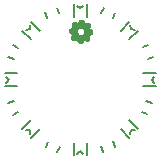
<source format=gto>
G04 #@! TF.FileFunction,Legend,Top*
%FSLAX46Y46*%
G04 Gerber Fmt 4.6, Leading zero omitted, Abs format (unit mm)*
G04 Created by KiCad (PCBNEW (2016-04-14 BZR 6691, Git 829fa97)-product) date Fri 15 Apr 2016 10:51:36 AM CEST*
%MOMM*%
%LPD*%
G01*
G04 APERTURE LIST*
%ADD10C,0.150000*%
%ADD11C,0.002540*%
%ADD12C,2.000000*%
%ADD13C,0.850000*%
%ADD14R,0.400000X0.600000*%
%ADD15R,0.600000X0.400000*%
G04 APERTURE END LIST*
D10*
X77759366Y-56781879D02*
X77950708Y-56319939D01*
X76980634Y-55918121D02*
X76789292Y-56380061D01*
X80689939Y-60240708D02*
X81151879Y-60049366D01*
X80750061Y-59079292D02*
X80288121Y-59270634D01*
X80198121Y-64739366D02*
X80660061Y-64930708D01*
X81061879Y-63960634D02*
X80599939Y-63769292D01*
X76769292Y-67629939D02*
X76960634Y-68091879D01*
X77930708Y-67690061D02*
X77739366Y-67228121D01*
X72270634Y-67268121D02*
X72079292Y-67730061D01*
X73049366Y-68131879D02*
X73240708Y-67669939D01*
X69350061Y-63789292D02*
X68888121Y-63980634D01*
X69289939Y-64950708D02*
X69751879Y-64759366D01*
X69761879Y-59290634D02*
X69299939Y-59099292D01*
X68898121Y-60069366D02*
X69360061Y-60260708D01*
X73180708Y-56360061D02*
X72989366Y-55898121D01*
X72019292Y-56299939D02*
X72210634Y-56761879D01*
D11*
G36*
X75755605Y-57224685D02*
X75773565Y-57242645D01*
X75787934Y-57264198D01*
X75800506Y-57287547D01*
X75807690Y-57312691D01*
X75813078Y-57339632D01*
X75816670Y-57357593D01*
X75816670Y-57386329D01*
X75813078Y-57418658D01*
X75807690Y-57449191D01*
X75798710Y-57483316D01*
X75787934Y-57519237D01*
X75773565Y-57555158D01*
X75757401Y-57592875D01*
X75735848Y-57628796D01*
X75732256Y-57635980D01*
X75728664Y-57643165D01*
X75725072Y-57650349D01*
X75723276Y-57655737D01*
X75723276Y-57655737D01*
X75723276Y-57655737D01*
X75730460Y-57659329D01*
X75741236Y-57662921D01*
X75752013Y-57666513D01*
X75764585Y-57671901D01*
X75778953Y-57675494D01*
X75791526Y-57680882D01*
X75802302Y-57684474D01*
X75811282Y-57689862D01*
X75811282Y-57689862D01*
X75845407Y-57706026D01*
X75875940Y-57725783D01*
X75902881Y-57745540D01*
X75929822Y-57768888D01*
X75951374Y-57790441D01*
X75971131Y-57813790D01*
X75989091Y-57838934D01*
X76003460Y-57864079D01*
X76014236Y-57889224D01*
X76019624Y-57916164D01*
X76021420Y-57925145D01*
X76023216Y-57952085D01*
X76019624Y-57977230D01*
X76016032Y-58002375D01*
X76007052Y-58025724D01*
X75992683Y-58050868D01*
X75976519Y-58070625D01*
X75956762Y-58093974D01*
X75933414Y-58113730D01*
X75906473Y-58133487D01*
X75884920Y-58147855D01*
X75859776Y-58162223D01*
X75827447Y-58176592D01*
X75795118Y-58190960D01*
X75766381Y-58201737D01*
X75245526Y-57680882D01*
X75232954Y-57668309D01*
X75220381Y-57659329D01*
X75213197Y-57652145D01*
X75184460Y-57634184D01*
X75153928Y-57618020D01*
X75121599Y-57607244D01*
X75091066Y-57598263D01*
X75056941Y-57592875D01*
X75026408Y-57591079D01*
X74992283Y-57592875D01*
X74958158Y-57598263D01*
X74927625Y-57607244D01*
X74895296Y-57618020D01*
X74871947Y-57630592D01*
X74843211Y-57648553D01*
X74816270Y-57668309D01*
X74794717Y-57689862D01*
X74774961Y-57713211D01*
X74757000Y-57741947D01*
X74740836Y-57768888D01*
X74728263Y-57799421D01*
X74719283Y-57829954D01*
X74713895Y-57860487D01*
X74710303Y-57892816D01*
X74710303Y-57925145D01*
X74713895Y-57957474D01*
X74721079Y-57989803D01*
X74731855Y-58022131D01*
X74737244Y-58034704D01*
X74751612Y-58059849D01*
X74765980Y-58084993D01*
X74785737Y-58108342D01*
X74801901Y-58128099D01*
X74823454Y-58146059D01*
X74846803Y-58165816D01*
X74870151Y-58178388D01*
X74895296Y-58192756D01*
X74924033Y-58203533D01*
X74927625Y-58203533D01*
X74959954Y-58214309D01*
X74992283Y-58217901D01*
X75026408Y-58219697D01*
X75060533Y-58217901D01*
X75091066Y-58212513D01*
X75125191Y-58203533D01*
X75155724Y-58190960D01*
X75184460Y-58176592D01*
X75213197Y-58158631D01*
X75231158Y-58144263D01*
X75236546Y-58138875D01*
X75240138Y-58135283D01*
X75241934Y-58133487D01*
X75243730Y-58131691D01*
X75243730Y-58131691D01*
X75247322Y-58128099D01*
X75252710Y-58122710D01*
X75258099Y-58117322D01*
X75259895Y-58115526D01*
X75281447Y-58086789D01*
X75297612Y-58059849D01*
X75311980Y-58031112D01*
X75322756Y-58005967D01*
X75331737Y-57971842D01*
X75337125Y-57937717D01*
X75338921Y-57903592D01*
X75337125Y-57873059D01*
X75331737Y-57838934D01*
X75322756Y-57804809D01*
X75310184Y-57774276D01*
X75294020Y-57743744D01*
X75277855Y-57716803D01*
X75267079Y-57706026D01*
X75258099Y-57693454D01*
X75245526Y-57680882D01*
X75766381Y-58201737D01*
X75760993Y-58203533D01*
X75725072Y-58214309D01*
X75719684Y-58216105D01*
X75710703Y-58217901D01*
X75703519Y-58221493D01*
X75698131Y-58223289D01*
X75694539Y-58223289D01*
X75694539Y-58223289D01*
X75696335Y-58225085D01*
X75698131Y-58230473D01*
X75699927Y-58235862D01*
X75703519Y-58243046D01*
X75721480Y-58282559D01*
X75735848Y-58322072D01*
X75748420Y-58359789D01*
X75757401Y-58401098D01*
X75762789Y-58438815D01*
X75762789Y-58467552D01*
X75760993Y-58501677D01*
X75755605Y-58532210D01*
X75748420Y-58560947D01*
X75737644Y-58586092D01*
X75728664Y-58605848D01*
X75721480Y-58616624D01*
X75712499Y-58629197D01*
X75701723Y-58639973D01*
X75690947Y-58650749D01*
X75681967Y-58659730D01*
X75676578Y-58661526D01*
X75655026Y-58675894D01*
X75629881Y-58686670D01*
X75602940Y-58692059D01*
X75574204Y-58695651D01*
X75543671Y-58697447D01*
X75513138Y-58695651D01*
X75480809Y-58688466D01*
X75446684Y-58679486D01*
X75410763Y-58668710D01*
X75389210Y-58661526D01*
X75374842Y-58654342D01*
X75356881Y-58647157D01*
X75338921Y-58636381D01*
X75320960Y-58629197D01*
X75304796Y-58620217D01*
X75290427Y-58613032D01*
X75272467Y-58602256D01*
X75263487Y-58629197D01*
X75249118Y-58672302D01*
X75231158Y-58711815D01*
X75209605Y-58747736D01*
X75186256Y-58781861D01*
X75177276Y-58794434D01*
X75168296Y-58803414D01*
X75159316Y-58815986D01*
X75144947Y-58826762D01*
X75134171Y-58837539D01*
X75123395Y-58848315D01*
X75110822Y-58857295D01*
X75107230Y-58860887D01*
X75080289Y-58877052D01*
X75053349Y-58889624D01*
X75028204Y-58896808D01*
X75001263Y-58902197D01*
X74976118Y-58902197D01*
X74950974Y-58902197D01*
X74925829Y-58895012D01*
X74900684Y-58884236D01*
X74877336Y-58871664D01*
X74864763Y-58862683D01*
X74848599Y-58850111D01*
X74834230Y-58835743D01*
X74818066Y-58815986D01*
X74801901Y-58796230D01*
X74787533Y-58774677D01*
X74780349Y-58763901D01*
X74767777Y-58740552D01*
X74757000Y-58715407D01*
X74744428Y-58688466D01*
X74733652Y-58659730D01*
X74724671Y-58632789D01*
X74713895Y-58604052D01*
X74712099Y-58598664D01*
X74710303Y-58589684D01*
X74710303Y-58582499D01*
X74708507Y-58577111D01*
X74706711Y-58575315D01*
X74706711Y-58575315D01*
X74703119Y-58575315D01*
X74699527Y-58578907D01*
X74694138Y-58580703D01*
X74688750Y-58582499D01*
X74670790Y-58593276D01*
X74651033Y-58602256D01*
X74627685Y-58611236D01*
X74606132Y-58618420D01*
X74570211Y-58629197D01*
X74534290Y-58636381D01*
X74501961Y-58639973D01*
X74469632Y-58643565D01*
X74437303Y-58643565D01*
X74406770Y-58638177D01*
X74379829Y-58632789D01*
X74352889Y-58623809D01*
X74329540Y-58611236D01*
X74306191Y-58598664D01*
X74288231Y-58580703D01*
X74281047Y-58573519D01*
X74264882Y-58553763D01*
X74252310Y-58530414D01*
X74243330Y-58507065D01*
X74237941Y-58480125D01*
X74234349Y-58451388D01*
X74234349Y-58422651D01*
X74236145Y-58392118D01*
X74241534Y-58357993D01*
X74250514Y-58323868D01*
X74261290Y-58287947D01*
X74277455Y-58250230D01*
X74295415Y-58214309D01*
X74313376Y-58181980D01*
X74325948Y-58155039D01*
X74299007Y-58146059D01*
X74257698Y-58129895D01*
X74219981Y-58113730D01*
X74185856Y-58093974D01*
X74155323Y-58074217D01*
X74126586Y-58049072D01*
X74099645Y-58022131D01*
X74097849Y-58020335D01*
X74078093Y-57996987D01*
X74060132Y-57971842D01*
X74045764Y-57946697D01*
X74034988Y-57921553D01*
X74029599Y-57894612D01*
X74026007Y-57869467D01*
X74026007Y-57865875D01*
X74027803Y-57838934D01*
X74031396Y-57813790D01*
X74042172Y-57788645D01*
X74054744Y-57765296D01*
X74070909Y-57741947D01*
X74088869Y-57720395D01*
X74112218Y-57700638D01*
X74137363Y-57679086D01*
X74146343Y-57673698D01*
X74171488Y-57659329D01*
X74198428Y-57643165D01*
X74228961Y-57630592D01*
X74261290Y-57616224D01*
X74297211Y-57605448D01*
X74327744Y-57596467D01*
X74334928Y-57592875D01*
X74343908Y-57591079D01*
X74351093Y-57587487D01*
X74354685Y-57587487D01*
X74354685Y-57587487D01*
X74354685Y-57583895D01*
X74351093Y-57580303D01*
X74349297Y-57574915D01*
X74347501Y-57569527D01*
X74329540Y-57537198D01*
X74316968Y-57503073D01*
X74306191Y-57467152D01*
X74297211Y-57433027D01*
X74291823Y-57398902D01*
X74286435Y-57364777D01*
X74286435Y-57332448D01*
X74288231Y-57319875D01*
X74290027Y-57289343D01*
X74297211Y-57260606D01*
X74306191Y-57233665D01*
X74318764Y-57210316D01*
X74331336Y-57190560D01*
X74347501Y-57170803D01*
X74365461Y-57152843D01*
X74388810Y-57140270D01*
X74412158Y-57127698D01*
X74437303Y-57120514D01*
X74446283Y-57118718D01*
X74473224Y-57113330D01*
X74503757Y-57115126D01*
X74536086Y-57115126D01*
X74568415Y-57122310D01*
X74602540Y-57131290D01*
X74640257Y-57143862D01*
X74676178Y-57158231D01*
X74715691Y-57176191D01*
X74744428Y-57190560D01*
X74776757Y-57208520D01*
X74785737Y-57181580D01*
X74798309Y-57143862D01*
X74812678Y-57111534D01*
X74830638Y-57079205D01*
X74848599Y-57050468D01*
X74866559Y-57021731D01*
X74888112Y-56996586D01*
X74909665Y-56975034D01*
X74934809Y-56957073D01*
X74958158Y-56940909D01*
X74981507Y-56928336D01*
X75006651Y-56917560D01*
X75031796Y-56910376D01*
X75056941Y-56906784D01*
X75082085Y-56906784D01*
X75105434Y-56912172D01*
X75130579Y-56919356D01*
X75153928Y-56928336D01*
X75179072Y-56942705D01*
X75200625Y-56960665D01*
X75222177Y-56982218D01*
X75241934Y-57005566D01*
X75259895Y-57034303D01*
X75279651Y-57064836D01*
X75295816Y-57098961D01*
X75310184Y-57134882D01*
X75324552Y-57174395D01*
X75333533Y-57204928D01*
X75337125Y-57215704D01*
X75338921Y-57224685D01*
X75340717Y-57230073D01*
X75342513Y-57235461D01*
X75342513Y-57235461D01*
X75346105Y-57235461D01*
X75349697Y-57231869D01*
X75355085Y-57230073D01*
X75371250Y-57221093D01*
X75389210Y-57213908D01*
X75408967Y-57204928D01*
X75432315Y-57195948D01*
X75453868Y-57188764D01*
X75473625Y-57183376D01*
X75484401Y-57179783D01*
X75520322Y-57172599D01*
X75556243Y-57169007D01*
X75588572Y-57169007D01*
X75620901Y-57169007D01*
X75651434Y-57174395D01*
X75651434Y-57174395D01*
X75671190Y-57179783D01*
X75685559Y-57183376D01*
X75703519Y-57190560D01*
X75712499Y-57195948D01*
X75735848Y-57208520D01*
X75755605Y-57224685D01*
X75755605Y-57224685D01*
X75755605Y-57224685D01*
G37*
X75755605Y-57224685D02*
X75773565Y-57242645D01*
X75787934Y-57264198D01*
X75800506Y-57287547D01*
X75807690Y-57312691D01*
X75813078Y-57339632D01*
X75816670Y-57357593D01*
X75816670Y-57386329D01*
X75813078Y-57418658D01*
X75807690Y-57449191D01*
X75798710Y-57483316D01*
X75787934Y-57519237D01*
X75773565Y-57555158D01*
X75757401Y-57592875D01*
X75735848Y-57628796D01*
X75732256Y-57635980D01*
X75728664Y-57643165D01*
X75725072Y-57650349D01*
X75723276Y-57655737D01*
X75723276Y-57655737D01*
X75723276Y-57655737D01*
X75730460Y-57659329D01*
X75741236Y-57662921D01*
X75752013Y-57666513D01*
X75764585Y-57671901D01*
X75778953Y-57675494D01*
X75791526Y-57680882D01*
X75802302Y-57684474D01*
X75811282Y-57689862D01*
X75811282Y-57689862D01*
X75845407Y-57706026D01*
X75875940Y-57725783D01*
X75902881Y-57745540D01*
X75929822Y-57768888D01*
X75951374Y-57790441D01*
X75971131Y-57813790D01*
X75989091Y-57838934D01*
X76003460Y-57864079D01*
X76014236Y-57889224D01*
X76019624Y-57916164D01*
X76021420Y-57925145D01*
X76023216Y-57952085D01*
X76019624Y-57977230D01*
X76016032Y-58002375D01*
X76007052Y-58025724D01*
X75992683Y-58050868D01*
X75976519Y-58070625D01*
X75956762Y-58093974D01*
X75933414Y-58113730D01*
X75906473Y-58133487D01*
X75884920Y-58147855D01*
X75859776Y-58162223D01*
X75827447Y-58176592D01*
X75795118Y-58190960D01*
X75766381Y-58201737D01*
X75245526Y-57680882D01*
X75232954Y-57668309D01*
X75220381Y-57659329D01*
X75213197Y-57652145D01*
X75184460Y-57634184D01*
X75153928Y-57618020D01*
X75121599Y-57607244D01*
X75091066Y-57598263D01*
X75056941Y-57592875D01*
X75026408Y-57591079D01*
X74992283Y-57592875D01*
X74958158Y-57598263D01*
X74927625Y-57607244D01*
X74895296Y-57618020D01*
X74871947Y-57630592D01*
X74843211Y-57648553D01*
X74816270Y-57668309D01*
X74794717Y-57689862D01*
X74774961Y-57713211D01*
X74757000Y-57741947D01*
X74740836Y-57768888D01*
X74728263Y-57799421D01*
X74719283Y-57829954D01*
X74713895Y-57860487D01*
X74710303Y-57892816D01*
X74710303Y-57925145D01*
X74713895Y-57957474D01*
X74721079Y-57989803D01*
X74731855Y-58022131D01*
X74737244Y-58034704D01*
X74751612Y-58059849D01*
X74765980Y-58084993D01*
X74785737Y-58108342D01*
X74801901Y-58128099D01*
X74823454Y-58146059D01*
X74846803Y-58165816D01*
X74870151Y-58178388D01*
X74895296Y-58192756D01*
X74924033Y-58203533D01*
X74927625Y-58203533D01*
X74959954Y-58214309D01*
X74992283Y-58217901D01*
X75026408Y-58219697D01*
X75060533Y-58217901D01*
X75091066Y-58212513D01*
X75125191Y-58203533D01*
X75155724Y-58190960D01*
X75184460Y-58176592D01*
X75213197Y-58158631D01*
X75231158Y-58144263D01*
X75236546Y-58138875D01*
X75240138Y-58135283D01*
X75241934Y-58133487D01*
X75243730Y-58131691D01*
X75243730Y-58131691D01*
X75247322Y-58128099D01*
X75252710Y-58122710D01*
X75258099Y-58117322D01*
X75259895Y-58115526D01*
X75281447Y-58086789D01*
X75297612Y-58059849D01*
X75311980Y-58031112D01*
X75322756Y-58005967D01*
X75331737Y-57971842D01*
X75337125Y-57937717D01*
X75338921Y-57903592D01*
X75337125Y-57873059D01*
X75331737Y-57838934D01*
X75322756Y-57804809D01*
X75310184Y-57774276D01*
X75294020Y-57743744D01*
X75277855Y-57716803D01*
X75267079Y-57706026D01*
X75258099Y-57693454D01*
X75245526Y-57680882D01*
X75766381Y-58201737D01*
X75760993Y-58203533D01*
X75725072Y-58214309D01*
X75719684Y-58216105D01*
X75710703Y-58217901D01*
X75703519Y-58221493D01*
X75698131Y-58223289D01*
X75694539Y-58223289D01*
X75694539Y-58223289D01*
X75696335Y-58225085D01*
X75698131Y-58230473D01*
X75699927Y-58235862D01*
X75703519Y-58243046D01*
X75721480Y-58282559D01*
X75735848Y-58322072D01*
X75748420Y-58359789D01*
X75757401Y-58401098D01*
X75762789Y-58438815D01*
X75762789Y-58467552D01*
X75760993Y-58501677D01*
X75755605Y-58532210D01*
X75748420Y-58560947D01*
X75737644Y-58586092D01*
X75728664Y-58605848D01*
X75721480Y-58616624D01*
X75712499Y-58629197D01*
X75701723Y-58639973D01*
X75690947Y-58650749D01*
X75681967Y-58659730D01*
X75676578Y-58661526D01*
X75655026Y-58675894D01*
X75629881Y-58686670D01*
X75602940Y-58692059D01*
X75574204Y-58695651D01*
X75543671Y-58697447D01*
X75513138Y-58695651D01*
X75480809Y-58688466D01*
X75446684Y-58679486D01*
X75410763Y-58668710D01*
X75389210Y-58661526D01*
X75374842Y-58654342D01*
X75356881Y-58647157D01*
X75338921Y-58636381D01*
X75320960Y-58629197D01*
X75304796Y-58620217D01*
X75290427Y-58613032D01*
X75272467Y-58602256D01*
X75263487Y-58629197D01*
X75249118Y-58672302D01*
X75231158Y-58711815D01*
X75209605Y-58747736D01*
X75186256Y-58781861D01*
X75177276Y-58794434D01*
X75168296Y-58803414D01*
X75159316Y-58815986D01*
X75144947Y-58826762D01*
X75134171Y-58837539D01*
X75123395Y-58848315D01*
X75110822Y-58857295D01*
X75107230Y-58860887D01*
X75080289Y-58877052D01*
X75053349Y-58889624D01*
X75028204Y-58896808D01*
X75001263Y-58902197D01*
X74976118Y-58902197D01*
X74950974Y-58902197D01*
X74925829Y-58895012D01*
X74900684Y-58884236D01*
X74877336Y-58871664D01*
X74864763Y-58862683D01*
X74848599Y-58850111D01*
X74834230Y-58835743D01*
X74818066Y-58815986D01*
X74801901Y-58796230D01*
X74787533Y-58774677D01*
X74780349Y-58763901D01*
X74767777Y-58740552D01*
X74757000Y-58715407D01*
X74744428Y-58688466D01*
X74733652Y-58659730D01*
X74724671Y-58632789D01*
X74713895Y-58604052D01*
X74712099Y-58598664D01*
X74710303Y-58589684D01*
X74710303Y-58582499D01*
X74708507Y-58577111D01*
X74706711Y-58575315D01*
X74706711Y-58575315D01*
X74703119Y-58575315D01*
X74699527Y-58578907D01*
X74694138Y-58580703D01*
X74688750Y-58582499D01*
X74670790Y-58593276D01*
X74651033Y-58602256D01*
X74627685Y-58611236D01*
X74606132Y-58618420D01*
X74570211Y-58629197D01*
X74534290Y-58636381D01*
X74501961Y-58639973D01*
X74469632Y-58643565D01*
X74437303Y-58643565D01*
X74406770Y-58638177D01*
X74379829Y-58632789D01*
X74352889Y-58623809D01*
X74329540Y-58611236D01*
X74306191Y-58598664D01*
X74288231Y-58580703D01*
X74281047Y-58573519D01*
X74264882Y-58553763D01*
X74252310Y-58530414D01*
X74243330Y-58507065D01*
X74237941Y-58480125D01*
X74234349Y-58451388D01*
X74234349Y-58422651D01*
X74236145Y-58392118D01*
X74241534Y-58357993D01*
X74250514Y-58323868D01*
X74261290Y-58287947D01*
X74277455Y-58250230D01*
X74295415Y-58214309D01*
X74313376Y-58181980D01*
X74325948Y-58155039D01*
X74299007Y-58146059D01*
X74257698Y-58129895D01*
X74219981Y-58113730D01*
X74185856Y-58093974D01*
X74155323Y-58074217D01*
X74126586Y-58049072D01*
X74099645Y-58022131D01*
X74097849Y-58020335D01*
X74078093Y-57996987D01*
X74060132Y-57971842D01*
X74045764Y-57946697D01*
X74034988Y-57921553D01*
X74029599Y-57894612D01*
X74026007Y-57869467D01*
X74026007Y-57865875D01*
X74027803Y-57838934D01*
X74031396Y-57813790D01*
X74042172Y-57788645D01*
X74054744Y-57765296D01*
X74070909Y-57741947D01*
X74088869Y-57720395D01*
X74112218Y-57700638D01*
X74137363Y-57679086D01*
X74146343Y-57673698D01*
X74171488Y-57659329D01*
X74198428Y-57643165D01*
X74228961Y-57630592D01*
X74261290Y-57616224D01*
X74297211Y-57605448D01*
X74327744Y-57596467D01*
X74334928Y-57592875D01*
X74343908Y-57591079D01*
X74351093Y-57587487D01*
X74354685Y-57587487D01*
X74354685Y-57587487D01*
X74354685Y-57583895D01*
X74351093Y-57580303D01*
X74349297Y-57574915D01*
X74347501Y-57569527D01*
X74329540Y-57537198D01*
X74316968Y-57503073D01*
X74306191Y-57467152D01*
X74297211Y-57433027D01*
X74291823Y-57398902D01*
X74286435Y-57364777D01*
X74286435Y-57332448D01*
X74288231Y-57319875D01*
X74290027Y-57289343D01*
X74297211Y-57260606D01*
X74306191Y-57233665D01*
X74318764Y-57210316D01*
X74331336Y-57190560D01*
X74347501Y-57170803D01*
X74365461Y-57152843D01*
X74388810Y-57140270D01*
X74412158Y-57127698D01*
X74437303Y-57120514D01*
X74446283Y-57118718D01*
X74473224Y-57113330D01*
X74503757Y-57115126D01*
X74536086Y-57115126D01*
X74568415Y-57122310D01*
X74602540Y-57131290D01*
X74640257Y-57143862D01*
X74676178Y-57158231D01*
X74715691Y-57176191D01*
X74744428Y-57190560D01*
X74776757Y-57208520D01*
X74785737Y-57181580D01*
X74798309Y-57143862D01*
X74812678Y-57111534D01*
X74830638Y-57079205D01*
X74848599Y-57050468D01*
X74866559Y-57021731D01*
X74888112Y-56996586D01*
X74909665Y-56975034D01*
X74934809Y-56957073D01*
X74958158Y-56940909D01*
X74981507Y-56928336D01*
X75006651Y-56917560D01*
X75031796Y-56910376D01*
X75056941Y-56906784D01*
X75082085Y-56906784D01*
X75105434Y-56912172D01*
X75130579Y-56919356D01*
X75153928Y-56928336D01*
X75179072Y-56942705D01*
X75200625Y-56960665D01*
X75222177Y-56982218D01*
X75241934Y-57005566D01*
X75259895Y-57034303D01*
X75279651Y-57064836D01*
X75295816Y-57098961D01*
X75310184Y-57134882D01*
X75324552Y-57174395D01*
X75333533Y-57204928D01*
X75337125Y-57215704D01*
X75338921Y-57224685D01*
X75340717Y-57230073D01*
X75342513Y-57235461D01*
X75342513Y-57235461D01*
X75346105Y-57235461D01*
X75349697Y-57231869D01*
X75355085Y-57230073D01*
X75371250Y-57221093D01*
X75389210Y-57213908D01*
X75408967Y-57204928D01*
X75432315Y-57195948D01*
X75453868Y-57188764D01*
X75473625Y-57183376D01*
X75484401Y-57179783D01*
X75520322Y-57172599D01*
X75556243Y-57169007D01*
X75588572Y-57169007D01*
X75620901Y-57169007D01*
X75651434Y-57174395D01*
X75651434Y-57174395D01*
X75671190Y-57179783D01*
X75685559Y-57183376D01*
X75703519Y-57190560D01*
X75712499Y-57195948D01*
X75735848Y-57208520D01*
X75755605Y-57224685D01*
X75755605Y-57224685D01*
D10*
X70720711Y-57720711D02*
X70756066Y-57402513D01*
X70402513Y-57756066D02*
X70720711Y-57720711D01*
X70101992Y-57844454D02*
X70844454Y-58586916D01*
X70844454Y-57101992D02*
X71586916Y-57844454D01*
X68950000Y-62000000D02*
X68750000Y-61750000D01*
X68750000Y-62250000D02*
X68950000Y-62000000D01*
X68600000Y-62525000D02*
X69650000Y-62525000D01*
X68600000Y-61475000D02*
X69650000Y-61475000D01*
X70720711Y-66279289D02*
X70402513Y-66243934D01*
X70756066Y-66597487D02*
X70720711Y-66279289D01*
X70844454Y-66898008D02*
X71586916Y-66155546D01*
X70101992Y-66155546D02*
X70844454Y-65413084D01*
X75000000Y-68050000D02*
X74750000Y-68250000D01*
X75250000Y-68250000D02*
X75000000Y-68050000D01*
X75525000Y-68400000D02*
X75525000Y-67350000D01*
X74475000Y-68400000D02*
X74475000Y-67350000D01*
X79279289Y-66279289D02*
X79243934Y-66597487D01*
X79597487Y-66243934D02*
X79279289Y-66279289D01*
X79898008Y-66155546D02*
X79155546Y-65413084D01*
X79155546Y-66898008D02*
X78413084Y-66155546D01*
X81050000Y-62000000D02*
X81250000Y-62250000D01*
X81250000Y-61750000D02*
X81050000Y-62000000D01*
X81400000Y-61475000D02*
X80350000Y-61475000D01*
X81400000Y-62525000D02*
X80350000Y-62525000D01*
X79279289Y-57720711D02*
X79597487Y-57756066D01*
X79243934Y-57402513D02*
X79279289Y-57720711D01*
X79155546Y-57101992D02*
X78413084Y-57844454D01*
X79898008Y-57844454D02*
X79155546Y-58586916D01*
X75000000Y-55950000D02*
X75250000Y-55750000D01*
X74750000Y-55750000D02*
X75000000Y-55950000D01*
X74475000Y-55600000D02*
X74475000Y-56650000D01*
X75525000Y-55600000D02*
X75525000Y-56650000D01*
%LPC*%
G36*
X77341581Y-55634673D02*
X77895909Y-55864283D01*
X77742835Y-56233835D01*
X77188507Y-56004225D01*
X77341581Y-55634673D01*
X77341581Y-55634673D01*
G37*
G36*
X76997165Y-56466165D02*
X77551493Y-56695775D01*
X77398419Y-57065327D01*
X76844091Y-56835717D01*
X76997165Y-56466165D01*
X76997165Y-56466165D01*
G37*
G36*
X81205717Y-59134091D02*
X81435327Y-59688419D01*
X81065775Y-59841493D01*
X80836165Y-59287165D01*
X81205717Y-59134091D01*
X81205717Y-59134091D01*
G37*
G36*
X80374225Y-59478507D02*
X80603835Y-60032835D01*
X80234283Y-60185909D01*
X80004673Y-59631581D01*
X80374225Y-59478507D01*
X80374225Y-59478507D01*
G37*
G36*
X81345327Y-64321581D02*
X81115717Y-64875909D01*
X80746165Y-64722835D01*
X80975775Y-64168507D01*
X81345327Y-64321581D01*
X81345327Y-64321581D01*
G37*
G36*
X80513835Y-63977165D02*
X80284225Y-64531493D01*
X79914673Y-64378419D01*
X80144283Y-63824091D01*
X80513835Y-63977165D01*
X80513835Y-63977165D01*
G37*
G36*
X77875909Y-68145717D02*
X77321581Y-68375327D01*
X77168507Y-68005775D01*
X77722835Y-67776165D01*
X77875909Y-68145717D01*
X77875909Y-68145717D01*
G37*
G36*
X77531493Y-67314225D02*
X76977165Y-67543835D01*
X76824091Y-67174283D01*
X77378419Y-66944673D01*
X77531493Y-67314225D01*
X77531493Y-67314225D01*
G37*
G36*
X72688419Y-68415327D02*
X72134091Y-68185717D01*
X72287165Y-67816165D01*
X72841493Y-68045775D01*
X72688419Y-68415327D01*
X72688419Y-68415327D01*
G37*
G36*
X73032835Y-67583835D02*
X72478507Y-67354225D01*
X72631581Y-66984673D01*
X73185909Y-67214283D01*
X73032835Y-67583835D01*
X73032835Y-67583835D01*
G37*
G36*
X68834283Y-64895909D02*
X68604673Y-64341581D01*
X68974225Y-64188507D01*
X69203835Y-64742835D01*
X68834283Y-64895909D01*
X68834283Y-64895909D01*
G37*
G36*
X69665775Y-64551493D02*
X69436165Y-63997165D01*
X69805717Y-63844091D01*
X70035327Y-64398419D01*
X69665775Y-64551493D01*
X69665775Y-64551493D01*
G37*
G36*
X68614673Y-59708419D02*
X68844283Y-59154091D01*
X69213835Y-59307165D01*
X68984225Y-59861493D01*
X68614673Y-59708419D01*
X68614673Y-59708419D01*
G37*
G36*
X69446165Y-60052835D02*
X69675775Y-59498507D01*
X70045327Y-59651581D01*
X69815717Y-60205909D01*
X69446165Y-60052835D01*
X69446165Y-60052835D01*
G37*
G36*
X72074091Y-55844283D02*
X72628419Y-55614673D01*
X72781493Y-55984225D01*
X72227165Y-56213835D01*
X72074091Y-55844283D01*
X72074091Y-55844283D01*
G37*
G36*
X72418507Y-56675775D02*
X72972835Y-56446165D01*
X73125909Y-56815717D01*
X72571581Y-57045327D01*
X72418507Y-56675775D01*
X72418507Y-56675775D01*
G37*
D12*
X77500000Y-64500000D03*
X77500000Y-59500000D03*
X72500000Y-59500000D03*
X72500000Y-64500000D03*
D13*
X73730000Y-62635000D03*
X73730000Y-61365000D03*
X75000000Y-62635000D03*
X75000000Y-61365000D03*
X76270000Y-62635000D03*
D10*
G36*
X76579997Y-60940614D02*
X76592374Y-60942450D01*
X76604511Y-60945490D01*
X76616292Y-60949705D01*
X76627603Y-60955055D01*
X76638335Y-60961488D01*
X76648385Y-60968941D01*
X76657656Y-60977344D01*
X76666059Y-60986615D01*
X76673512Y-60996665D01*
X76679945Y-61007397D01*
X76685295Y-61018708D01*
X76689510Y-61030489D01*
X76692550Y-61042626D01*
X76694386Y-61055003D01*
X76695000Y-61067500D01*
X76695000Y-61662500D01*
X76694386Y-61674997D01*
X76692550Y-61687374D01*
X76689510Y-61699511D01*
X76685295Y-61711292D01*
X76679945Y-61722603D01*
X76673512Y-61733335D01*
X76666059Y-61743385D01*
X76657656Y-61752656D01*
X76648385Y-61761059D01*
X76638335Y-61768512D01*
X76627603Y-61774945D01*
X76616292Y-61780295D01*
X76604511Y-61784510D01*
X76592374Y-61787550D01*
X76579997Y-61789386D01*
X76567500Y-61790000D01*
X75972500Y-61790000D01*
X75960003Y-61789386D01*
X75947626Y-61787550D01*
X75935489Y-61784510D01*
X75923708Y-61780295D01*
X75912397Y-61774945D01*
X75901665Y-61768512D01*
X75891615Y-61761059D01*
X75882344Y-61752656D01*
X75873941Y-61743385D01*
X75866488Y-61733335D01*
X75860055Y-61722603D01*
X75854705Y-61711292D01*
X75850490Y-61699511D01*
X75847450Y-61687374D01*
X75845614Y-61674997D01*
X75845000Y-61662500D01*
X75845000Y-61067500D01*
X75845614Y-61055003D01*
X75847450Y-61042626D01*
X75850490Y-61030489D01*
X75854705Y-61018708D01*
X75860055Y-61007397D01*
X75866488Y-60996665D01*
X75873941Y-60986615D01*
X75882344Y-60977344D01*
X75891615Y-60968941D01*
X75901665Y-60961488D01*
X75912397Y-60955055D01*
X75923708Y-60949705D01*
X75935489Y-60945490D01*
X75947626Y-60942450D01*
X75960003Y-60940614D01*
X75972500Y-60940000D01*
X76567500Y-60940000D01*
X76579997Y-60940614D01*
X76579997Y-60940614D01*
G37*
G36*
X71321751Y-57897487D02*
X70897487Y-58321751D01*
X70614645Y-58038909D01*
X71038909Y-57614645D01*
X71321751Y-57897487D01*
X71321751Y-57897487D01*
G37*
G36*
X70685355Y-57261091D02*
X70261091Y-57685355D01*
X69978249Y-57402513D01*
X70402513Y-56978249D01*
X70685355Y-57261091D01*
X70685355Y-57261091D01*
G37*
D14*
X69300000Y-62000000D03*
X68400000Y-62000000D03*
D10*
G36*
X70897487Y-65678249D02*
X71321751Y-66102513D01*
X71038909Y-66385355D01*
X70614645Y-65961091D01*
X70897487Y-65678249D01*
X70897487Y-65678249D01*
G37*
G36*
X70261091Y-66314645D02*
X70685355Y-66738909D01*
X70402513Y-67021751D01*
X69978249Y-66597487D01*
X70261091Y-66314645D01*
X70261091Y-66314645D01*
G37*
D15*
X75000000Y-67700000D03*
X75000000Y-68600000D03*
D10*
G36*
X78678249Y-66102513D02*
X79102513Y-65678249D01*
X79385355Y-65961091D01*
X78961091Y-66385355D01*
X78678249Y-66102513D01*
X78678249Y-66102513D01*
G37*
G36*
X79314645Y-66738909D02*
X79738909Y-66314645D01*
X80021751Y-66597487D01*
X79597487Y-67021751D01*
X79314645Y-66738909D01*
X79314645Y-66738909D01*
G37*
D14*
X80700000Y-62000000D03*
X81600000Y-62000000D03*
D10*
G36*
X79102513Y-58321751D02*
X78678249Y-57897487D01*
X78961091Y-57614645D01*
X79385355Y-58038909D01*
X79102513Y-58321751D01*
X79102513Y-58321751D01*
G37*
G36*
X79738909Y-57685355D02*
X79314645Y-57261091D01*
X79597487Y-56978249D01*
X80021751Y-57402513D01*
X79738909Y-57685355D01*
X79738909Y-57685355D01*
G37*
D15*
X75000000Y-56300000D03*
X75000000Y-55400000D03*
M02*

</source>
